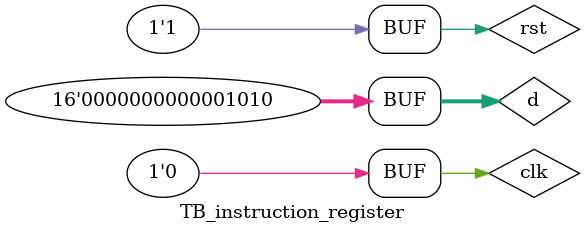
<source format=v>
`timescale 1ns / 1ps


module TB_instruction_register;

	// Inputs
	reg clk;
	reg [15:0] d;
	reg rst;

	// Outputs
	wire [15:0] q;
	wire [15:0] qinv;

	// Instantiate the Unit Under Test (UUT)
	instruction_register uut (
		.q(q), 
		.qinv(qinv), 
		.clk(clk), 
		.d(d), 
		.rst(rst)
	);

	initial begin
		// Initialize Inputs
		clk = 0;
		d = 0;
		rst = 0;

		// Wait 100 ns for global reset to finish
		#100 clk = 1; rst =0; d =16;
		#100 clk = 0; rst =1; d =16;
      #100 clk = 1; rst =1; d =16;
		#100 clk = 0; rst =1; d =10;
		#100 clk = 1; rst =1; d =10;
		#100 clk = 0; rst =1; d =10;
		#100 clk = 1; rst =1; d =10;
		#100 clk = 0; rst =1; d =10;
		// Add stimulus here

	end
      
endmodule


</source>
